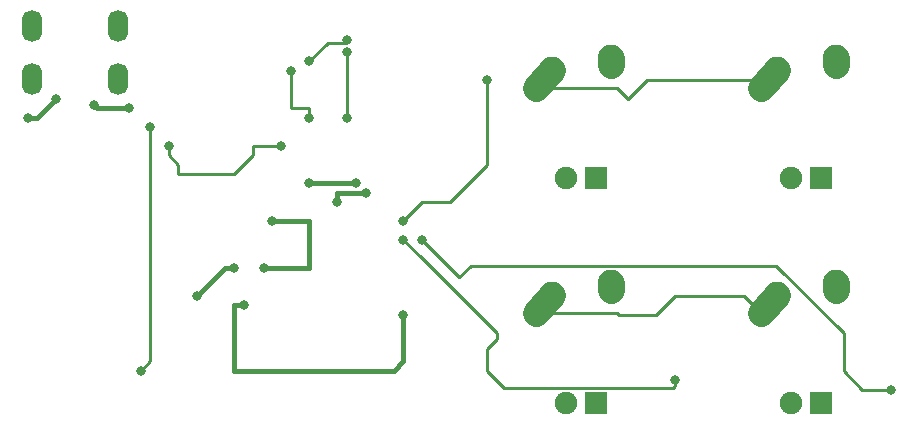
<source format=gbr>
G04 #@! TF.GenerationSoftware,KiCad,Pcbnew,(5.1.4)-1*
G04 #@! TF.CreationDate,2024-07-22T15:45:51+08:00*
G04 #@! TF.ProjectId,samo4k-pcb-test,73616d6f-346b-42d7-9063-622d74657374,rev?*
G04 #@! TF.SameCoordinates,Original*
G04 #@! TF.FileFunction,Copper,L1,Top*
G04 #@! TF.FilePolarity,Positive*
%FSLAX46Y46*%
G04 Gerber Fmt 4.6, Leading zero omitted, Abs format (unit mm)*
G04 Created by KiCad (PCBNEW (5.1.4)-1) date 2024-07-22 15:45:51*
%MOMM*%
%LPD*%
G04 APERTURE LIST*
%ADD10O,1.700000X2.700000*%
%ADD11R,1.905000X1.905000*%
%ADD12C,1.905000*%
%ADD13C,2.250000*%
%ADD14C,2.250000*%
%ADD15C,0.800000*%
%ADD16C,0.381000*%
%ADD17C,0.254000*%
G04 APERTURE END LIST*
D10*
X123350000Y-52578000D03*
X130650000Y-52578000D03*
X130650000Y-57078000D03*
X123350000Y-57078000D03*
D11*
X190182500Y-84455000D03*
D12*
X187642500Y-84455000D03*
D13*
X186412500Y-75375000D03*
X185757501Y-76105000D03*
D14*
X185102500Y-76835000D02*
X186412502Y-75375000D01*
D13*
X191452500Y-74295000D03*
X191432500Y-74585000D03*
D14*
X191412500Y-74875000D02*
X191452500Y-74295000D01*
D11*
X171132500Y-84455000D03*
D12*
X168592500Y-84455000D03*
D13*
X167362500Y-75375000D03*
X166707501Y-76105000D03*
D14*
X166052500Y-76835000D02*
X167362502Y-75375000D01*
D13*
X172402500Y-74295000D03*
X172382500Y-74585000D03*
D14*
X172362500Y-74875000D02*
X172402500Y-74295000D01*
D11*
X190182500Y-65405000D03*
D12*
X187642500Y-65405000D03*
D13*
X186412500Y-56325000D03*
X185757501Y-57055000D03*
D14*
X185102500Y-57785000D02*
X186412502Y-56325000D01*
D13*
X191452500Y-55245000D03*
X191432500Y-55535000D03*
D14*
X191412500Y-55825000D02*
X191452500Y-55245000D01*
D11*
X171132500Y-65405000D03*
D12*
X168592500Y-65405000D03*
D13*
X167362500Y-56325000D03*
X166707501Y-57055000D03*
D14*
X166052500Y-57785000D02*
X167362502Y-56325000D01*
D13*
X172402500Y-55245000D03*
X172382500Y-55535000D03*
D14*
X172362500Y-55825000D02*
X172402500Y-55245000D01*
D15*
X150812500Y-65881250D03*
X146843750Y-65881250D03*
X131548904Y-59531250D03*
X128587500Y-59260500D03*
X154781250Y-76993750D03*
X141287500Y-76200000D03*
X137318750Y-75406250D03*
X140493750Y-73025000D03*
X142977976Y-73049999D03*
X143668750Y-69056250D03*
X151606250Y-66675000D03*
X149225000Y-67468750D03*
X150018750Y-54768750D03*
X150018750Y-60325000D03*
X146843750Y-60325000D03*
X145256250Y-56356250D03*
X146843750Y-55562500D03*
X150018750Y-53768747D03*
X154781250Y-70643750D03*
X177800000Y-82550000D03*
X156368750Y-70643750D03*
X196056250Y-83343750D03*
X196056250Y-83343750D03*
X123031250Y-60325000D03*
X125412500Y-58737500D03*
X154781250Y-69056250D03*
X161925000Y-57150000D03*
X132556250Y-81756250D03*
X133350000Y-61118750D03*
X144447231Y-62705881D03*
X134937500Y-62706250D03*
D16*
X150812500Y-65881250D02*
X146843750Y-65881250D01*
X131548904Y-59531250D02*
X130848904Y-59531250D01*
X130848904Y-59531250D02*
X128858250Y-59531250D01*
X128858250Y-59531250D02*
X128587500Y-59260500D01*
X154781250Y-76993750D02*
X154781250Y-80962500D01*
X154781250Y-80962500D02*
X153987500Y-81756250D01*
X153987500Y-81756250D02*
X140493750Y-81756250D01*
X140493750Y-81756250D02*
X140493750Y-78581250D01*
X140493750Y-78581250D02*
X140493750Y-76200000D01*
X140493750Y-76200000D02*
X141287500Y-76200000D01*
X137318750Y-75406250D02*
X139700000Y-73025000D01*
X139700000Y-73025000D02*
X140493750Y-73025000D01*
X142977976Y-73049999D02*
X146818751Y-73049999D01*
X146818751Y-73049999D02*
X146843750Y-73025000D01*
X146843750Y-73025000D02*
X146843750Y-69056250D01*
X146843750Y-69056250D02*
X143668750Y-69056250D01*
X151606250Y-66675000D02*
X149225000Y-66675000D01*
X149225000Y-66675000D02*
X149225000Y-67468750D01*
D17*
X150018750Y-54768750D02*
X150018750Y-60325000D01*
X146843750Y-60325000D02*
X146843750Y-59531250D01*
X146843750Y-59531250D02*
X145256250Y-59531250D01*
X145256250Y-59531250D02*
X145256250Y-56356250D01*
X146843750Y-55562500D02*
X148431250Y-53975000D01*
X148431250Y-53975000D02*
X149812497Y-53975000D01*
X149812497Y-53975000D02*
X150018750Y-53768747D01*
X154781250Y-70643750D02*
X156368750Y-72231250D01*
X156368750Y-72231250D02*
X162718750Y-78581250D01*
X162718750Y-79090212D02*
X161925000Y-79883962D01*
X162718750Y-78581250D02*
X162718750Y-79090212D01*
X161925000Y-79883962D02*
X161925000Y-81756250D01*
X163344249Y-83175499D02*
X177631749Y-83175499D01*
X161925000Y-81756250D02*
X163344249Y-83175499D01*
X177631749Y-83175499D02*
X177800000Y-83007248D01*
X177800000Y-83007248D02*
X177800000Y-82550000D01*
X156368750Y-70643750D02*
X159543750Y-73818750D01*
X186349249Y-72842999D02*
X192087500Y-78581250D01*
X159543750Y-73818750D02*
X160519501Y-72842999D01*
X160519501Y-72842999D02*
X186349249Y-72842999D01*
X192087500Y-78581250D02*
X192087500Y-81756250D01*
X192087500Y-81756250D02*
X193675000Y-83343750D01*
X193675000Y-83343750D02*
X196056250Y-83343750D01*
D16*
X123031250Y-60325000D02*
X123825000Y-60325000D01*
X123825000Y-60325000D02*
X125412500Y-58737500D01*
D17*
X184591844Y-57274344D02*
X185102500Y-57785000D01*
X166052500Y-57785000D02*
X166563156Y-57274344D01*
X154781250Y-69056250D02*
X156368750Y-67468750D01*
X156368750Y-67468750D02*
X158750000Y-67468750D01*
X158750000Y-67468750D02*
X161925000Y-64293750D01*
X161925000Y-64293750D02*
X161925000Y-58737500D01*
X161925000Y-58737500D02*
X161925000Y-57150000D01*
X184467500Y-57150000D02*
X185102500Y-57785000D01*
X175418750Y-57150000D02*
X184467500Y-57150000D01*
X173831250Y-58737500D02*
X175418750Y-57150000D01*
X166052500Y-57785000D02*
X172878750Y-57785000D01*
X172878750Y-57785000D02*
X173831250Y-58737500D01*
X184591844Y-76324344D02*
X185102500Y-76835000D01*
X166052500Y-76835000D02*
X166563156Y-76324344D01*
X166052500Y-76835000D02*
X172878750Y-76835000D01*
X172878750Y-76835000D02*
X173037500Y-76993750D01*
X173037500Y-76993750D02*
X176212500Y-76993750D01*
X176212500Y-76993750D02*
X177800000Y-75406250D01*
X183673750Y-75406250D02*
X185102500Y-76835000D01*
X177800000Y-75406250D02*
X183673750Y-75406250D01*
X132556250Y-81756250D02*
X133350000Y-80962500D01*
X133350000Y-80962500D02*
X133350000Y-61118750D01*
X144447231Y-62705881D02*
X142081619Y-62705881D01*
X142081619Y-62705881D02*
X142081250Y-62706250D01*
X142081250Y-62706250D02*
X142081250Y-63500000D01*
X142081250Y-63500000D02*
X140493750Y-65087500D01*
X140493750Y-65087500D02*
X136525000Y-65087500D01*
X136525000Y-65087500D02*
X135731250Y-65087500D01*
X135731250Y-65087500D02*
X135731250Y-64293750D01*
X135731250Y-64293750D02*
X134937500Y-63500000D01*
X134937500Y-63500000D02*
X134937500Y-62706250D01*
M02*

</source>
